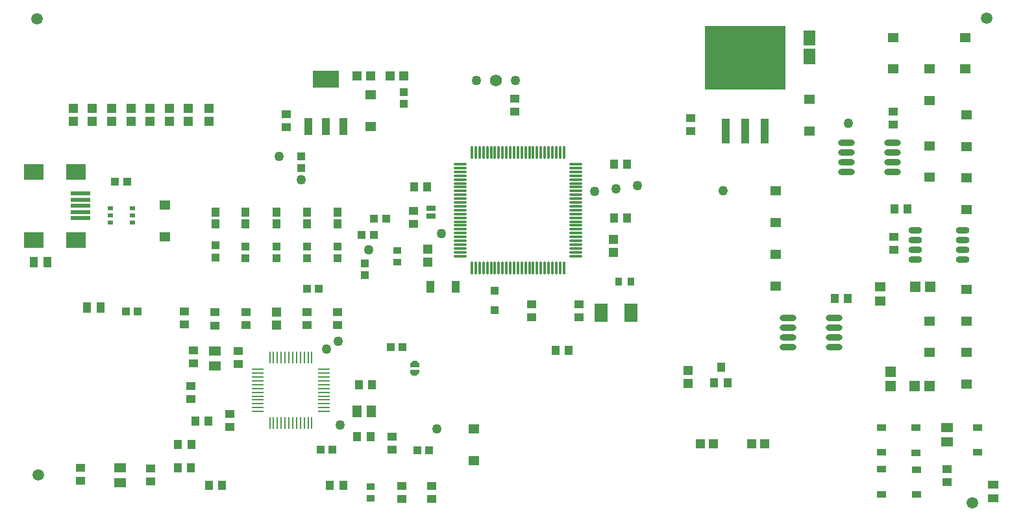
<source format=gtp>
G04*
G04 #@! TF.GenerationSoftware,Altium Limited,Altium Designer,20.1.7 (139)*
G04*
G04 Layer_Color=8421504*
%FSLAX25Y25*%
%MOIN*%
G70*
G04*
G04 #@! TF.SameCoordinates,24E638B0-66B5-4ADB-958A-7C5563F4B5AF*
G04*
G04*
G04 #@! TF.FilePolarity,Positive*
G04*
G01*
G75*
%ADD27C,0.05000*%
%ADD28R,0.06299X0.05118*%
%ADD29C,0.06200*%
%ADD30R,0.05000X0.03000*%
%ADD31R,0.06693X0.09449*%
%ADD32R,0.03937X0.06000*%
%ADD33R,0.04330X0.04720*%
%ADD34R,0.04720X0.04330*%
%ADD35R,0.04200X0.03858*%
%ADD36O,0.01102X0.07087*%
%ADD37O,0.07087X0.01102*%
%ADD38R,0.04720X0.04800*%
%ADD39R,0.04800X0.03580*%
%ADD40R,0.03661X0.03858*%
%ADD41R,0.03858X0.03661*%
%ADD42R,0.03858X0.04200*%
%ADD43O,0.07087X0.03200*%
%ADD44O,0.08661X0.03200*%
%ADD45R,0.03858X0.04800*%
%ADD46R,0.05790X0.05000*%
%ADD47R,0.05510X0.05120*%
%ADD48R,0.05510X0.05600*%
%ADD49R,0.05500X0.04000*%
%ADD50R,0.05600X0.05510*%
%ADD51R,0.04000X0.05500*%
%ADD52R,0.03150X0.02010*%
%ADD53R,0.10236X0.01968*%
%ADD54R,0.09843X0.07874*%
%ADD55R,0.09843X0.07874*%
%ADD56R,0.04100X0.04100*%
%ADD57R,0.05120X0.06300*%
%ADD58R,0.06300X0.05120*%
%ADD59R,0.04150X0.13050*%
%ADD60R,0.41350X0.33150*%
%ADD61R,0.04300X0.08500*%
%ADD62R,0.13800X0.08500*%
%ADD63C,0.05906*%
%ADD64R,0.04800X0.04720*%
%ADD65R,0.04000X0.04500*%
%ADD66C,0.00100*%
%ADD67R,0.05910X0.01000*%
%ADD68R,0.01000X0.05910*%
%ADD69R,0.04331X0.04331*%
G36*
X369060Y229350D02*
Y227680D01*
X367440Y226100D01*
X365660D01*
X364140Y227680D01*
Y229350D01*
X369060D01*
D02*
G37*
G36*
X364140Y230730D02*
Y232400D01*
X365710Y233980D01*
X367490D01*
X369060Y232400D01*
Y230730D01*
X364140D01*
D02*
G37*
D27*
X480800Y323800D02*
D03*
X458800Y320800D02*
D03*
X469800Y322300D02*
D03*
X296800Y338800D02*
D03*
X308300Y326800D02*
D03*
X328300Y200800D02*
D03*
X589300Y355800D02*
D03*
X377800Y198800D02*
D03*
X525000Y321300D02*
D03*
X398300Y377800D02*
D03*
X418300D02*
D03*
X380300Y299300D02*
D03*
X327300Y243800D02*
D03*
X321300Y239800D02*
D03*
X342800Y290800D02*
D03*
D28*
X569300Y391800D02*
D03*
Y398300D02*
D03*
Y401100D02*
D03*
Y388500D02*
D03*
D29*
X408300Y377800D02*
D03*
D30*
X374800Y312300D02*
D03*
Y308300D02*
D03*
D31*
X462200Y258600D02*
D03*
X477636Y258596D02*
D03*
D32*
X374600Y272000D02*
D03*
X387575Y271810D02*
D03*
D33*
X244805Y178800D02*
D03*
X251495D02*
D03*
X251800Y190800D02*
D03*
X245110D02*
D03*
X253812Y202877D02*
D03*
X260502D02*
D03*
X366435Y323080D02*
D03*
X373125D02*
D03*
X475685Y307340D02*
D03*
X468995D02*
D03*
X475685Y334890D02*
D03*
X468995D02*
D03*
X588860Y265990D02*
D03*
X582170D02*
D03*
X260815Y169780D02*
D03*
X267505D02*
D03*
X329795Y169830D02*
D03*
X323105D02*
D03*
X344785Y221710D02*
D03*
X338095D02*
D03*
X343795Y195060D02*
D03*
X337105D02*
D03*
X612805Y311800D02*
D03*
X619495D02*
D03*
X439095Y239300D02*
D03*
X445785D02*
D03*
D34*
X230800Y171795D02*
D03*
Y178485D02*
D03*
X271713Y199812D02*
D03*
Y206502D02*
D03*
X251710Y214315D02*
D03*
Y221005D02*
D03*
X426470Y256145D02*
D03*
Y262835D02*
D03*
X451050Y256155D02*
D03*
Y262845D02*
D03*
X417800Y361795D02*
D03*
Y368485D02*
D03*
X639850Y171530D02*
D03*
Y178220D02*
D03*
X365800Y304305D02*
D03*
Y310995D02*
D03*
X612300Y361805D02*
D03*
Y355115D02*
D03*
X612510Y297480D02*
D03*
Y290790D02*
D03*
X252800Y239295D02*
D03*
Y232605D02*
D03*
X354800Y194805D02*
D03*
Y188115D02*
D03*
X375300Y162795D02*
D03*
Y169485D02*
D03*
X359800Y162795D02*
D03*
Y169485D02*
D03*
X275800Y238795D02*
D03*
Y232105D02*
D03*
X264000Y252070D02*
D03*
Y258760D02*
D03*
X248390Y259160D02*
D03*
Y252470D02*
D03*
X327060Y252240D02*
D03*
Y258930D02*
D03*
X311450Y252200D02*
D03*
Y258890D02*
D03*
X279850Y252200D02*
D03*
Y258890D02*
D03*
X508170Y358610D02*
D03*
Y351920D02*
D03*
X300490Y360480D02*
D03*
Y353790D02*
D03*
X194800Y178795D02*
D03*
Y172105D02*
D03*
D35*
X224300Y259300D02*
D03*
X218240D02*
D03*
X212790Y326040D02*
D03*
X218850D02*
D03*
X367800Y187800D02*
D03*
X373860D02*
D03*
X317320Y270960D02*
D03*
X311261D02*
D03*
X318170Y188230D02*
D03*
X324230D02*
D03*
X360300Y240800D02*
D03*
X354240D02*
D03*
X345501Y298600D02*
D03*
X339440D02*
D03*
X351801Y306800D02*
D03*
X345740D02*
D03*
D36*
X395960Y341000D02*
D03*
X397930D02*
D03*
X399890D02*
D03*
X401860D02*
D03*
X403830D02*
D03*
X405800D02*
D03*
X407770D02*
D03*
X409740D02*
D03*
X411710D02*
D03*
X413670D02*
D03*
X415640D02*
D03*
X417610D02*
D03*
X419580D02*
D03*
X421550D02*
D03*
X423520D02*
D03*
X425490D02*
D03*
X427450D02*
D03*
X429420D02*
D03*
X431390D02*
D03*
X433360D02*
D03*
X435330D02*
D03*
X437300D02*
D03*
X439270D02*
D03*
X441230D02*
D03*
X443200D02*
D03*
Y281560D02*
D03*
X441230D02*
D03*
X439270D02*
D03*
X437300D02*
D03*
X435330D02*
D03*
X433360D02*
D03*
X431390D02*
D03*
X429420D02*
D03*
X427450D02*
D03*
X425490D02*
D03*
X423520D02*
D03*
X421550D02*
D03*
X419580D02*
D03*
X417610D02*
D03*
X415640D02*
D03*
X413670D02*
D03*
X411710D02*
D03*
X409740D02*
D03*
X407770D02*
D03*
X405800D02*
D03*
X403830D02*
D03*
X401860D02*
D03*
X399890D02*
D03*
X397930D02*
D03*
X395960D02*
D03*
D37*
X449300Y334900D02*
D03*
Y332930D02*
D03*
Y330970D02*
D03*
Y329000D02*
D03*
Y327030D02*
D03*
Y325060D02*
D03*
Y323090D02*
D03*
Y321120D02*
D03*
Y319150D02*
D03*
Y317190D02*
D03*
Y315220D02*
D03*
Y313250D02*
D03*
Y311280D02*
D03*
Y309310D02*
D03*
Y307340D02*
D03*
Y305370D02*
D03*
Y303410D02*
D03*
Y301440D02*
D03*
Y299470D02*
D03*
Y297500D02*
D03*
Y295530D02*
D03*
Y293560D02*
D03*
Y291590D02*
D03*
Y289630D02*
D03*
Y287660D02*
D03*
X389860D02*
D03*
Y289630D02*
D03*
Y291590D02*
D03*
Y293560D02*
D03*
Y295530D02*
D03*
Y297500D02*
D03*
Y299470D02*
D03*
Y301440D02*
D03*
Y303410D02*
D03*
Y305370D02*
D03*
Y307340D02*
D03*
Y309310D02*
D03*
Y311280D02*
D03*
Y313250D02*
D03*
Y315220D02*
D03*
Y317190D02*
D03*
Y319150D02*
D03*
Y321120D02*
D03*
Y323090D02*
D03*
Y325060D02*
D03*
Y327030D02*
D03*
Y329000D02*
D03*
Y330970D02*
D03*
Y332930D02*
D03*
Y334900D02*
D03*
D38*
X373320Y284695D02*
D03*
Y291385D02*
D03*
X468740Y289605D02*
D03*
Y296295D02*
D03*
X295620Y252220D02*
D03*
Y258910D02*
D03*
X261110Y363435D02*
D03*
Y356745D02*
D03*
X250300Y363435D02*
D03*
Y356745D02*
D03*
X240460Y363435D02*
D03*
Y356745D02*
D03*
X230610Y363435D02*
D03*
Y356745D02*
D03*
X220810Y363435D02*
D03*
Y356745D02*
D03*
X210930Y363435D02*
D03*
Y356745D02*
D03*
X201090Y363435D02*
D03*
Y356745D02*
D03*
X191240Y363435D02*
D03*
Y356745D02*
D03*
X506800Y222295D02*
D03*
Y228985D02*
D03*
D39*
X624180Y165160D02*
D03*
Y177960D02*
D03*
X606360Y165380D02*
D03*
Y178180D02*
D03*
X624110Y186730D02*
D03*
Y199530D02*
D03*
X655720Y186810D02*
D03*
Y199610D02*
D03*
X606420Y186850D02*
D03*
Y199650D02*
D03*
D40*
X477500Y274500D02*
D03*
X471440D02*
D03*
D41*
X357570Y284599D02*
D03*
Y290659D02*
D03*
X343800Y169300D02*
D03*
Y163240D02*
D03*
D42*
X340860Y277790D02*
D03*
Y283850D02*
D03*
X295560Y292670D02*
D03*
Y286610D02*
D03*
X279790Y292670D02*
D03*
Y286610D02*
D03*
X327000Y292670D02*
D03*
Y286610D02*
D03*
X311380Y292670D02*
D03*
Y286610D02*
D03*
X264440Y293100D02*
D03*
Y287040D02*
D03*
D43*
X648000Y285800D02*
D03*
Y290800D02*
D03*
Y295800D02*
D03*
Y300800D02*
D03*
X623600Y285800D02*
D03*
Y290800D02*
D03*
Y295800D02*
D03*
Y300800D02*
D03*
D44*
X588300Y345800D02*
D03*
Y340800D02*
D03*
Y335800D02*
D03*
Y330800D02*
D03*
X612100Y345800D02*
D03*
Y340800D02*
D03*
Y335800D02*
D03*
Y330800D02*
D03*
X558300Y255800D02*
D03*
Y250800D02*
D03*
Y245800D02*
D03*
Y240800D02*
D03*
X582100Y255800D02*
D03*
Y250800D02*
D03*
Y245800D02*
D03*
Y240800D02*
D03*
D45*
X295560Y304289D02*
D03*
Y310349D02*
D03*
X279790Y304289D02*
D03*
Y310349D02*
D03*
X327000Y304289D02*
D03*
Y310349D02*
D03*
X311380Y304289D02*
D03*
Y310349D02*
D03*
X264430Y304329D02*
D03*
Y310389D02*
D03*
D46*
X649890Y311630D02*
D03*
Y327830D02*
D03*
X630800Y344300D02*
D03*
Y328100D02*
D03*
X649890Y360130D02*
D03*
Y343930D02*
D03*
X630800Y254300D02*
D03*
Y238100D02*
D03*
X649890Y222060D02*
D03*
Y238260D02*
D03*
Y270560D02*
D03*
Y254360D02*
D03*
X649305Y383800D02*
D03*
Y400000D02*
D03*
X569195Y351980D02*
D03*
Y368180D02*
D03*
X343805Y354300D02*
D03*
Y370500D02*
D03*
X238160Y297540D02*
D03*
Y313740D02*
D03*
X551900Y304900D02*
D03*
Y321100D02*
D03*
X396965Y182720D02*
D03*
Y198920D02*
D03*
X630795Y383800D02*
D03*
Y367600D02*
D03*
X551805Y272300D02*
D03*
Y288500D02*
D03*
X612305Y383800D02*
D03*
Y400000D02*
D03*
D47*
X605600Y271900D02*
D03*
Y264420D02*
D03*
D48*
X610805Y220800D02*
D03*
Y228280D02*
D03*
D49*
X663670Y170310D02*
D03*
Y163310D02*
D03*
D50*
X630800Y220800D02*
D03*
X623320D02*
D03*
X631190Y271910D02*
D03*
X623710D02*
D03*
D51*
X178000Y284700D02*
D03*
X171000D02*
D03*
X198310Y261390D02*
D03*
X205310D02*
D03*
D52*
X221745Y304815D02*
D03*
Y308515D02*
D03*
Y312215D02*
D03*
X210345D02*
D03*
Y308515D02*
D03*
Y304815D02*
D03*
D53*
X195100Y307190D02*
D03*
Y310340D02*
D03*
Y313490D02*
D03*
Y316640D02*
D03*
Y319790D02*
D03*
D54*
X192710Y295932D02*
D03*
D55*
Y330968D02*
D03*
X171057Y330970D02*
D03*
Y295930D02*
D03*
D56*
X308360Y338880D02*
D03*
Y332880D02*
D03*
X360800Y371800D02*
D03*
Y365800D02*
D03*
D57*
X336890Y207900D02*
D03*
X344370D02*
D03*
D58*
X263800Y238800D02*
D03*
Y231320D02*
D03*
X640050Y192180D02*
D03*
Y199660D02*
D03*
X215300Y171300D02*
D03*
Y178780D02*
D03*
D59*
X526300Y352000D02*
D03*
X536300D02*
D03*
X546300D02*
D03*
D60*
X536300Y389600D02*
D03*
D61*
X311800Y354200D02*
D03*
X320900D02*
D03*
X329900D02*
D03*
D62*
X320900Y378600D02*
D03*
D63*
X172500Y409600D02*
D03*
X660200Y409900D02*
D03*
X173400Y175200D02*
D03*
X653100Y160900D02*
D03*
D64*
X519975Y191190D02*
D03*
X513285D02*
D03*
X539655Y191200D02*
D03*
X546345D02*
D03*
X343805Y380200D02*
D03*
X337115D02*
D03*
X360805D02*
D03*
X354115D02*
D03*
D65*
X523910Y230630D02*
D03*
X527410Y222630D02*
D03*
X520410D02*
D03*
D66*
X173710Y193110D02*
D03*
Y234450D02*
D03*
D67*
X286095Y229510D02*
D03*
Y227610D02*
D03*
Y225610D02*
D03*
Y223610D02*
D03*
Y221710D02*
D03*
Y219710D02*
D03*
Y217710D02*
D03*
Y215710D02*
D03*
Y213810D02*
D03*
Y211810D02*
D03*
Y209810D02*
D03*
Y207910D02*
D03*
X319895D02*
D03*
Y209810D02*
D03*
Y211810D02*
D03*
Y213810D02*
D03*
Y215710D02*
D03*
Y217710D02*
D03*
Y219710D02*
D03*
Y221710D02*
D03*
Y223610D02*
D03*
Y225610D02*
D03*
Y227610D02*
D03*
Y229510D02*
D03*
D68*
X292190Y201805D02*
D03*
X294090D02*
D03*
X296090D02*
D03*
X298090D02*
D03*
X299990D02*
D03*
X301990D02*
D03*
X303990D02*
D03*
X305990D02*
D03*
X307890D02*
D03*
X309890D02*
D03*
X311890D02*
D03*
X313790D02*
D03*
Y235605D02*
D03*
X311890D02*
D03*
X309890D02*
D03*
X307890D02*
D03*
X305990D02*
D03*
X303990D02*
D03*
X301990D02*
D03*
X299990D02*
D03*
X298090D02*
D03*
X296090D02*
D03*
X294090D02*
D03*
X292190D02*
D03*
D69*
X407700Y269800D02*
D03*
Y259800D02*
D03*
M02*

</source>
